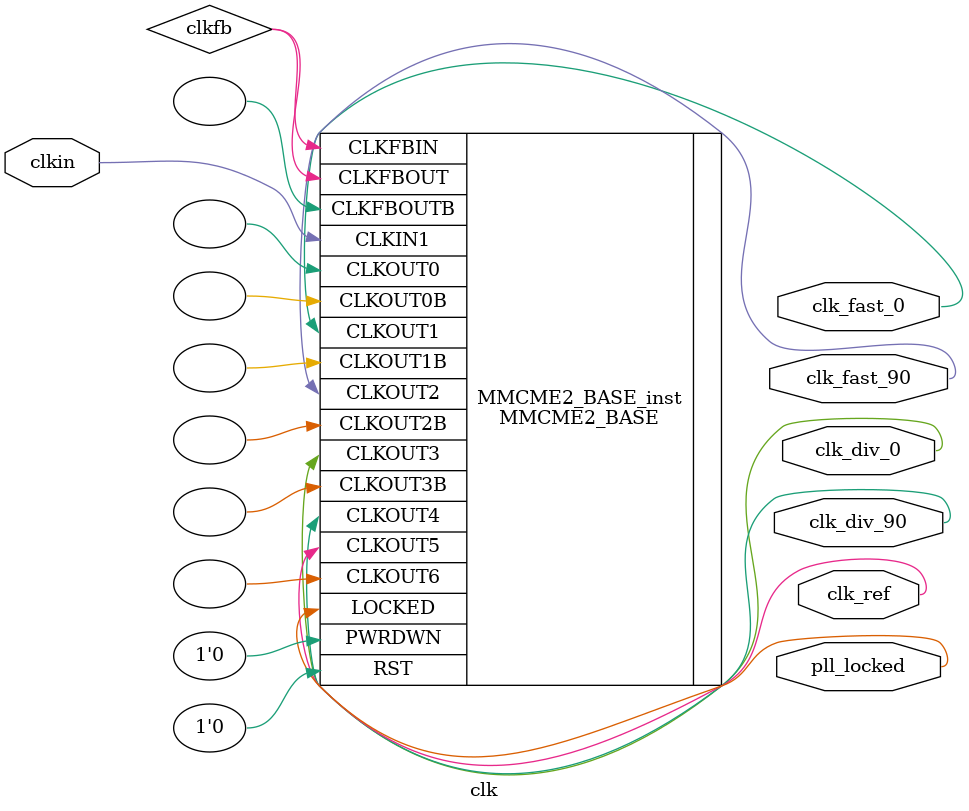
<source format=sv>
`timescale 1ns / 1ps


module clk  #(
        parameter MULT = 10,
        parameter CLKOUT1_DIVIDE = 10,
        parameter CLKOUT2_DIVIDE = 10,
        parameter CLKOUT3_DIVIDE = 10,
        parameter CLKOUT4_DIVIDE = 10,
        parameter CLKOUT5_DIVIDE = 10,
        parameter CLKOUT6_DIVIDE = 10,
        parameter CLKOUT0_DIVIDE = 10
    )(
        input logic clkin,
        output logic clk_fast_0, clk_fast_90, clk_div_0, clk_div_90, clk_ref,
        output logic pll_locked
    );
    
    
    wire clkfb;

    MMCME2_BASE #(
        .BANDWIDTH("OPTIMIZED"),   // Jitter programming (OPTIMIZED, HIGH, LOW)
        .CLKFBOUT_MULT_F(MULT),     // Multiply value for all CLKOUT (2.000-64.000).
        .CLKFBOUT_PHASE(0.0),      // Phase offset in degrees of CLKFB (-360.000-360.000).
        .CLKIN1_PERIOD(10),       // Input clock period in ns to ps resolution (i.e. 33.333 is 30 MHz).
        // CLKOUT0_DIVIDE - CLKOUT6_DIVIDE: Divide amount for each CLKOUT (1-128)
        .CLKOUT1_DIVIDE(CLKOUT1_DIVIDE),
        .CLKOUT2_DIVIDE(CLKOUT2_DIVIDE),
        .CLKOUT3_DIVIDE(CLKOUT3_DIVIDE),
        .CLKOUT4_DIVIDE(CLKOUT4_DIVIDE),
        .CLKOUT5_DIVIDE(CLKOUT5_DIVIDE),
        .CLKOUT6_DIVIDE(CLKOUT6_DIVIDE),
        .CLKOUT0_DIVIDE_F(CLKOUT0_DIVIDE),    // Divide amount for CLKOUT0 (1.000-128.000).
        // CLKOUT0_DUTY_CYCLE - CLKOUT6_DUTY_CYCLE: Duty cycle for each CLKOUT (0.01-0.99).
        .CLKOUT0_DUTY_CYCLE(0.5),
        .CLKOUT1_DUTY_CYCLE(0.5),
        .CLKOUT2_DUTY_CYCLE(0.5),
        .CLKOUT3_DUTY_CYCLE(0.5),
        .CLKOUT4_DUTY_CYCLE(0.5),
        .CLKOUT5_DUTY_CYCLE(0.5),
        .CLKOUT6_DUTY_CYCLE(),
        // CLKOUT0_PHASE - CLKOUT6_PHASE: Phase offset for each CLKOUT (-360.000-360.000).
        .CLKOUT0_PHASE(0.0),
        .CLKOUT1_PHASE(0.0),
        .CLKOUT2_PHASE(90.0),
        .CLKOUT3_PHASE(0.0),
        .CLKOUT4_PHASE(45.0),
        .CLKOUT5_PHASE(0.0),
        .CLKOUT6_PHASE(),
        .CLKOUT4_CASCADE("FALSE"), // Cascade CLKOUT4 counter with CLKOUT6 (FALSE, TRUE)
        .DIVCLK_DIVIDE(1),         // Master division value (1-106)
        .REF_JITTER1(0.0),         // Reference input jitter in UI (0.000-0.999).
        .STARTUP_WAIT("FALSE")     // Delays DONE until MMCM is locked (FALSE, TRUE)
    )
    MMCME2_BASE_inst (
        // Clock Outputs: 1-bit (each) output: User configurable clock outputs
        .CLKOUT0(),     // 1-bit output: CLKOUT0
        .CLKOUT0B(),   // 1-bit output: Inverted CLKOUT0
        
        .CLKOUT1(clk_fast_0),     // 1-bit output: CLKOUT1
        .CLKOUT1B(),   // 1-bit output: Inverted CLKOUT1
        
        .CLKOUT2(clk_fast_90),     // 1-bit output: CLKOUT2
        .CLKOUT2B(),   // 1-bit output: Inverted CLKOUT2
        
        .CLKOUT3(clk_div_0),     // 1-bit output: CLKOUT3
        .CLKOUT3B(),   // 1-bit output: Inverted CLKOUT3
        
        .CLKOUT4(clk_div_90),     // 1-bit output: CLKOUT4
        
        .CLKOUT5(clk_ref),     // 1-bit output: CLKOUT5
        
        .CLKOUT6(),     // 1-bit output: CLKOUT6
        // Feedback Clocks: 1-bit (each) output: Clock feedback ports
        .CLKFBOUT(clkfb),   // 1-bit output: Feedback clock
        .CLKFBOUTB(), // 1-bit output: Inverted CLKFBOUT
        // Status Ports: 1-bit (each) output: MMCM status ports
        .LOCKED(pll_locked),       // 1-bit output: LOCK
        // Clock Inputs: 1-bit (each) input: Clock input
        .CLKIN1(clkin),       // 1-bit input: Clock
        // Control Ports: 1-bit (each) input: MMCM control ports
        .PWRDWN(1'b0),       // 1-bit input: Power-down
        .RST(1'b0),             // 1-bit input: Reset
        // Feedback Clocks: 1-bit (each) input: Clock feedback ports
        .CLKFBIN(clkfb)      // 1-bit input: Feedback clock
    );

endmodule

</source>
